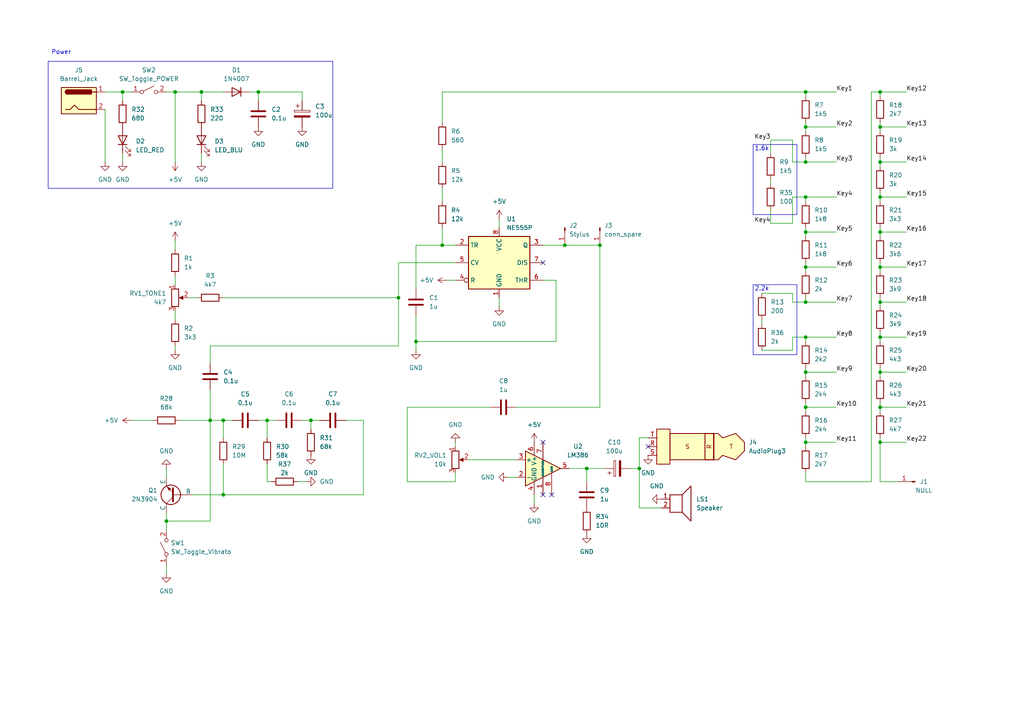
<source format=kicad_sch>
(kicad_sch (version 20250114) (generator "eeschema") (generator_version "9.0")
  (paper "A4")
  (title_block (title "DIY Retro Stylophone (NE555 Based) ") (date "2025-10-17"))
  (lib_symbols
    (symbol "Amplifier_Audio:LM386" (pin_names (offset 0.127))
      (property "Reference" "U" (at 1.27 7.62 0))
      (property "Value" "LM386" (at 1.27 5.08 0))
      (symbol "LM386_0_1"
        (polyline (pts (xy 5.08 0) (xy -5.08 5.08) (xy -5.08 -5.08) (xy 5.08 0)) (stroke (width 0.254)) (fill (type background)))
      )
      (symbol "LM386_1_1"
        (pin input line (at -7.62 2.54 0) (length 2.54) (name "+") (number "3"))
        (pin input line (at -7.62 -2.54 0) (length 2.54) (name "-") (number "2"))
        (pin power_in line (at -2.54 7.62 270) (length 3.81) (name "V+") (number "6"))
        (pin power_in line (at -2.54 -7.62 90) (length 3.81) (name "GND") (number "4"))
        (pin input line (at 0 7.62 270) (length 5.08) (name "BYPASS") (number "7"))
        (pin input line (at 0 -7.62 90) (length 5.08) (name "GAIN") (number "1"))
        (pin input line (at 2.54 -7.62 90) (length 6.35) (name "GAIN") (number "8"))
        (pin output line (at 7.62 0 180) (length 2.54) (name "~") (number "5"))
      )
    )
    (symbol "Connector:Barrel_Jack" (pin_names (offset 1.016))
      (property "Reference" "J" (at 0 5.334 0))
      (property "Value" "Barrel_Jack" (at 0 -5.08 0))
      (symbol "Barrel_Jack_0_1"
        (rectangle (start -5.08 3.81) (end 5.08 -3.81) (stroke (width 0.254)) (fill (type background)))
        (polyline (pts (xy -3.81 -2.54) (xy -2.54 -2.54) (xy -1.27 -1.27) (xy 0 -2.54) (xy 2.54 -2.54) (xy 5.08 -2.54)) (stroke (width 0.254)))
        (arc (start -3.302 1.905) (mid -3.9343 2.54) (end -3.302 3.175) (stroke (width 0.254)))
        (arc (start -3.302 1.905) (mid -3.9343 2.54) (end -3.302 3.175) (stroke (width 0.254)) (fill (type outline)))
        (rectangle (start 3.683 3.175) (end -3.302 1.905) (stroke (width 0.254)) (fill (type outline)))
        (polyline (pts (xy 5.08 2.54) (xy 3.81 2.54)) (stroke (width 0.254)))
      )
      (symbol "Barrel_Jack_1_1"
        (pin passive line (at 7.62 2.54 180) (length 2.54) (name "~") (number "1"))
        (pin passive line (at 7.62 -2.54 180) (length 2.54) (name "~") (number "2"))
      )
    )
    (symbol "Connector:Conn_01x01_Pin" (pin_names (offset 1.016) (hide yes))
      (property "Reference" "J" (at 0 2.54 0))
      (property "Value" "Conn_01x01_Pin" (at 0 -2.54 0))
      (symbol "Conn_01x01_Pin_1_1"
        (rectangle (start 0.8636 0.127) (end 0 -0.127) (stroke (width 0.1524)) (fill (type outline)))
        (polyline (pts (xy 1.27 0) (xy 0.8636 0)) (stroke (width 0.1524)))
        (pin passive line (at 5.08 0 180) (length 3.81) (name "Pin_1") (number "1"))
      )
    )
    (symbol "Connector_Audio:AudioPlug3"
      (property "Reference" "J" (at 1.27 6.35 0))
      (property "Value" "AudioPlug3" (at 1.27 -6.35 0))
      (symbol "AudioPlug3_0_0"
        (text "R" (at -2.54 0 900) (effects (font (size 1.27 1.27))))
      )
      (symbol "AudioPlug3_0_1"
        (rectangle (start -3.81 3.81) (end -1.27 -3.81) (stroke (width 0.254)))
        (rectangle (start -1.27 -1.27) (end -1.27 -1.27))
      )
      (symbol "AudioPlug3_1_0"
        (text "T" (at -8.89 0 0) (effects (font (size 1.27 1.27))))
        (text "S" (at 3.81 0 0) (effects (font (size 1.27 1.27))))
      )
      (symbol "AudioPlug3_1_1"
        (rectangle (start -3.81 3.81) (end 8.89 -3.81) (stroke (width 0.254)) (fill (type background)))
        (polyline (pts (xy -3.81 3.81) (xy -5.08 3.81) (xy -6.35 2.54) (xy -10.16 3.81) (xy -12.7 1.27) (xy -12.7 -1.27) (xy -10.16 -3.81) (xy -6.35 -2.54) (xy -5.08 -3.81) (xy -3.81 -3.81) (xy -3.81 3.81)) (stroke (width 0.254)) (fill (type background)))
        (rectangle (start 12.7 5.08) (end 8.89 -5.08) (stroke (width 0.254)) (fill (type background)))
        (pin passive line (at 15.24 2.54 180) (length 2.54) (name "~") (number "S"))
        (pin passive line (at 15.24 0 180) (length 2.54) (name "~") (number "R"))
        (pin passive line (at 15.24 -2.54 180) (length 2.54) (name "~") (number "T"))
      )
    )
    (symbol "Device:C" (pin_numbers (hide yes)) (pin_names (offset 0.254))
      (property "Reference" "C" (at 0.635 2.54 0))
      (property "Value" "C" (at 0.635 -2.54 0))
      (symbol "C_0_1"
        (polyline (pts (xy -2.032 0.762) (xy 2.032 0.762)) (stroke (width 0.508)))
        (polyline (pts (xy -2.032 -0.762) (xy 2.032 -0.762)) (stroke (width 0.508)))
      )
      (symbol "C_1_1"
        (pin passive line (at 0 3.81 270) (length 2.794) (name "~") (number "1"))
        (pin passive line (at 0 -3.81 90) (length 2.794) (name "~") (number "2"))
      )
    )
    (symbol "Device:C_Polarized" (pin_numbers (hide yes)) (pin_names (offset 0.254))
      (property "Reference" "C" (at 0.635 2.54 0))
      (property "Value" "C_Polarized" (at 0.635 -2.54 0))
      (symbol "C_Polarized_0_1"
        (rectangle (start -2.286 0.508) (end 2.286 1.016))
        (polyline (pts (xy -1.778 2.286) (xy -0.762 2.286)))
        (polyline (pts (xy -1.27 2.794) (xy -1.27 1.778)))
        (rectangle (start 2.286 -0.508) (end -2.286 -1.016) (fill (type outline)))
      )
      (symbol "C_Polarized_1_1"
        (pin passive line (at 0 3.81 270) (length 2.794) (name "~") (number "1"))
        (pin passive line (at 0 -3.81 90) (length 2.794) (name "~") (number "2"))
      )
    )
    (symbol "Device:D" (pin_numbers (hide yes)) (pin_names (offset 1.016) (hide yes))
      (property "Reference" "D" (at 0 2.54 0))
      (property "Value" "D" (at 0 -2.54 0))
      (symbol "D_0_1"
        (polyline (pts (xy -1.27 1.27) (xy -1.27 -1.27)) (stroke (width 0.254)))
        (polyline (pts (xy 1.27 1.27) (xy 1.27 -1.27) (xy -1.27 0) (xy 1.27 1.27)) (stroke (width 0.254)))
        (polyline (pts (xy 1.27 0) (xy -1.27 0)))
      )
      (symbol "D_1_1"
        (pin passive line (at -3.81 0 0) (length 2.54) (name "K") (number "1"))
        (pin passive line (at 3.81 0 180) (length 2.54) (name "A") (number "2"))
      )
    )
    (symbol "Device:LED" (pin_numbers (hide yes)) (pin_names (offset 1.016) (hide yes))
      (property "Reference" "D" (at 0 2.54 0))
      (property "Value" "LED" (at 0 -2.54 0))
      (symbol "LED_0_1"
        (polyline (pts (xy -3.048 -0.762) (xy -4.572 -2.286) (xy -3.81 -2.286) (xy -4.572 -2.286) (xy -4.572 -1.524)))
        (polyline (pts (xy -1.778 -0.762) (xy -3.302 -2.286) (xy -2.54 -2.286) (xy -3.302 -2.286) (xy -3.302 -1.524)))
        (polyline (pts (xy -1.27 0) (xy 1.27 0)))
        (polyline (pts (xy -1.27 -1.27) (xy -1.27 1.27)) (stroke (width 0.254)))
        (polyline (pts (xy 1.27 -1.27) (xy 1.27 1.27) (xy -1.27 0) (xy 1.27 -1.27)) (stroke (width 0.254)))
      )
      (symbol "LED_1_1"
        (pin passive line (at -3.81 0 0) (length 2.54) (name "K") (number "1"))
        (pin passive line (at 3.81 0 180) (length 2.54) (name "A") (number "2"))
      )
    )
    (symbol "Device:R" (pin_numbers (hide yes)) (pin_names (offset 0))
      (property "Reference" "R" (at 2.032 0 90))
      (property "Value" "R" (at 0 0 90))
      (symbol "R_0_1"
        (rectangle (start -1.016 -2.54) (end 1.016 2.54) (stroke (width 0.254)))
      )
      (symbol "R_1_1"
        (pin passive line (at 0 3.81 270) (length 1.27) (name "~") (number "1"))
        (pin passive line (at 0 -3.81 90) (length 1.27) (name "~") (number "2"))
      )
    )
    (symbol "Device:R_Potentiometer" (pin_names (offset 1.016) (hide yes))
      (property "Reference" "RV" (at -4.445 0 90))
      (property "Value" "R_Potentiometer" (at -2.54 0 90))
      (symbol "R_Potentiometer_0_1"
        (rectangle (start 1.016 2.54) (end -1.016 -2.54) (stroke (width 0.254)))
        (polyline (pts (xy 1.143 0) (xy 2.286 0.508) (xy 2.286 -0.508) (xy 1.143 0)) (fill (type outline)))
        (polyline (pts (xy 2.54 0) (xy 1.524 0)))
      )
      (symbol "R_Potentiometer_1_1"
        (pin passive line (at 0 3.81 270) (length 1.27) (name "1") (number "1"))
        (pin passive line (at 0 -3.81 90) (length 1.27) (name "3") (number "3"))
        (pin passive line (at 3.81 0 180) (length 1.27) (name "2") (number "2"))
      )
    )
    (symbol "Device:Speaker" (pin_names (offset 0) (hide yes))
      (property "Reference" "LS" (at 1.27 5.715 0))
      (property "Value" "Speaker" (at 1.27 3.81 0))
      (symbol "Speaker_0_0"
        (rectangle (start -2.54 1.27) (end 1.016 -3.81) (stroke (width 0.254)))
        (polyline (pts (xy 1.016 1.27) (xy 3.556 3.81) (xy 3.556 -6.35) (xy 1.016 -3.81)) (stroke (width 0.254)))
      )
      (symbol "Speaker_1_1"
        (pin input line (at -5.08 0 0) (length 2.54) (name "1") (number "1"))
        (pin input line (at -5.08 -2.54 0) (length 2.54) (name "2") (number "2"))
      )
    )
    (symbol "Simulation_SPICE:NPN" (pin_numbers (hide yes)) (pin_names (offset 0))
      (property "Reference" "Q" (at -2.54 7.62 0))
      (property "Value" "NPN" (at -2.54 5.08 0))
      (symbol "NPN_0_1"
        (polyline (pts (xy -2.54 0) (xy 0.635 0)) (stroke (width 0.1524)))
        (polyline (pts (xy 0.635 1.905) (xy 0.635 -1.905) (xy 0.635 -1.905)) (stroke (width 0.508)))
        (polyline (pts (xy 0.635 0.635) (xy 2.54 2.54)))
        (polyline (pts (xy 0.635 -0.635) (xy 2.54 -2.54) (xy 2.54 -2.54)))
        (circle (center 1.27 0) (radius 2.8194) (stroke (width 0.254)))
        (polyline (pts (xy 1.27 -1.778) (xy 1.778 -1.27) (xy 2.286 -2.286) (xy 1.27 -1.778) (xy 1.27 -1.778)) (fill (type outline)))
        (polyline (pts (xy 2.794 -1.27) (xy 2.794 -1.27)) (stroke (width 0.1524)))
        (polyline (pts (xy 2.794 -1.27) (xy 2.794 -1.27)) (stroke (width 0.1524)))
      )
      (symbol "NPN_1_1"
        (pin input line (at -5.08 0 0) (length 2.54) (name "B") (number "2"))
        (pin open_collector line (at 2.54 5.08 270) (length 2.54) (name "C") (number "1"))
        (pin open_emitter line (at 2.54 -5.08 90) (length 2.54) (name "E") (number "3"))
      )
    )
    (symbol "Switch:SW_SPST" (pin_names (offset 0) (hide yes))
      (property "Reference" "SW" (at 0 3.175 0))
      (property "Value" "SW_SPST" (at 0 -2.54 0))
      (symbol "SW_SPST_0_0"
        (circle (center -2.032 0) (radius 0.508))
        (polyline (pts (xy -1.524 0.254) (xy 1.524 1.778)))
        (circle (center 2.032 0) (radius 0.508))
      )
      (symbol "SW_SPST_1_1"
        (pin passive line (at -5.08 0 0) (length 2.54) (name "A") (number "1"))
        (pin passive line (at 5.08 0 180) (length 2.54) (name "B") (number "2"))
      )
    )
    (symbol "Timer:NE555P"
      (property "Reference" "U" (at -10.16 8.89 0))
      (property "Value" "NE555P" (at 2.54 8.89 0))
      (symbol "NE555P_0_0"
        (pin power_in line (at 0 10.16 270) (length 2.54) (name "VCC") (number "8"))
        (pin power_in line (at 0 -10.16 90) (length 2.54) (name "GND") (number "1"))
      )
      (symbol "NE555P_0_1"
        (rectangle (start -8.89 -7.62) (end 8.89 7.62) (stroke (width 0.254)) (fill (type background)))
        (rectangle (start -8.89 -7.62) (end 8.89 7.62) (stroke (width 0.254)) (fill (type background)))
      )
      (symbol "NE555P_1_1"
        (pin input line (at -12.7 5.08 0) (length 3.81) (name "TR") (number "2"))
        (pin input line (at -12.7 0 0) (length 3.81) (name "CV") (number "5"))
        (pin input inverted (at -12.7 -5.08 0) (length 3.81) (name "R") (number "4"))
        (pin output line (at 12.7 5.08 180) (length 3.81) (name "Q") (number "3"))
        (pin input line (at 12.7 0 180) (length 3.81) (name "DIS") (number "7"))
        (pin input line (at 12.7 -5.08 180) (length 3.81) (name "THR") (number "6"))
      )
    )
    (symbol "power:GND" (power) (pin_numbers (hide yes)) (pin_names (offset 0) (hide yes))
      (property "Value" "GND" (at 0 -3.81 0))
      (symbol "GND_0_1"
        (polyline (pts (xy 0 0) (xy 0 -1.27) (xy 1.27 -1.27) (xy 0 -2.54) (xy -1.27 -1.27) (xy 0 -1.27)))
      )
      (symbol "GND_1_1"
        (pin power_in line (at 0 0 270) (length 0) (name "~") (number "1"))
      )
    )
    (symbol "power:VCC" (power) (pin_numbers (hide yes)) (pin_names (offset 0) (hide yes))
      (property "Value" "VCC" (at 0 3.556 0))
      (symbol "VCC_0_1"
        (polyline (pts (xy -0.762 1.27) (xy 0 2.54)))
        (polyline (pts (xy 0 2.54) (xy 0.762 1.27)))
        (polyline (pts (xy 0 0) (xy 0 2.54)))
      )
      (symbol "VCC_1_1"
        (pin power_in line (at 0 0 90) (length 0) (name "~") (number "1"))
      )
    )
  )
  (rectangle (start 218.44 41.91) (end 231.14 62.23))
  (rectangle (start 218.44 82.55) (end 231.14 102.87))
  (rectangle (start 13.97 17.78) (end 96.52 54.61))
  (text "2.2k" (at 220.98 83.82 0) (effects (font (size 1.27 1.27))))
  (text "1.6k" (at 220.98 43.18 0) (effects (font (size 1.27 1.27))))
  (text "Power" (at 17.78 15.24 0) (effects (font (size 1.27 1.27))))
  (junction (at 64.77 121.92))
  (junction (at 35.56 26.67))
  (junction (at 74.93 26.67))
  (junction (at 255.27 77.47))
  (junction (at 58.42 26.67))
  (junction (at 128.27 71.12))
  (junction (at 77.47 121.92))
  (junction (at 233.68 77.47))
  (junction (at 48.26 151.13))
  (junction (at 255.27 36.83))
  (junction (at 255.27 26.67))
  (junction (at 255.27 97.79))
  (junction (at 233.68 26.67))
  (junction (at 233.68 46.99))
  (junction (at 255.27 128.27))
  (junction (at 233.68 36.83))
  (junction (at 163.83 71.12))
  (junction (at 60.96 121.92))
  (junction (at 255.27 67.31))
  (junction (at 64.77 143.51))
  (junction (at 255.27 57.15))
  (junction (at 115.57 86.36))
  (junction (at 233.68 107.95))
  (junction (at 233.68 87.63))
  (junction (at 255.27 118.11))
  (junction (at 90.17 121.92))
  (junction (at 255.27 46.99))
  (junction (at 255.27 107.95))
  (junction (at 185.42 135.89))
  (junction (at 255.27 87.63))
  (junction (at 120.65 99.06))
  (junction (at 233.68 57.15))
  (junction (at 50.8 26.67))
  (junction (at 173.99 71.12))
  (junction (at 233.68 67.31))
  (junction (at 233.68 97.79))
  (junction (at 170.18 135.89))
  (junction (at 233.68 118.11))
  (junction (at 233.68 128.27))
  (no_connect (at 157.48 128.27))
  (no_connect (at 187.96 129.54))
  (no_connect (at 157.48 76.2))
  (no_connect (at 157.48 143.51))
  (no_connect (at 160.02 143.51))
  (wire (pts (xy 118.11 139.7) (xy 118.11 118.11)))
  (wire (pts (xy 229.87 40.64) (xy 223.52 40.64)))
  (wire (pts (xy 255.27 67.31) (xy 262.89 67.31)))
  (wire (pts (xy 132.08 71.12) (xy 128.27 71.12)))
  (wire (pts (xy 48.26 148.59) (xy 48.26 151.13)))
  (wire (pts (xy 128.27 54.61) (xy 128.27 58.42)))
  (wire (pts (xy 64.77 121.92) (xy 67.31 121.92)))
  (wire (pts (xy 60.96 113.03) (xy 60.96 121.92)))
  (wire (pts (xy 48.26 26.67) (xy 50.8 26.67)))
  (wire (pts (xy 120.65 99.06) (xy 120.65 91.44)))
  (wire (pts (xy 233.68 128.27) (xy 233.68 129.54)))
  (wire (pts (xy 90.17 121.92) (xy 90.17 124.46)))
  (wire (pts (xy 255.27 128.27) (xy 262.89 128.27)))
  (wire (pts (xy 223.52 64.77) (xy 229.87 64.77)))
  (wire (pts (xy 229.87 57.15) (xy 233.68 57.15)))
  (wire (pts (xy 50.8 100.33) (xy 50.8 101.6)))
  (wire (pts (xy 144.78 86.36) (xy 144.78 88.9)))
  (wire (pts (xy 233.68 87.63) (xy 242.57 87.63)))
  (wire (pts (xy 255.27 57.15) (xy 262.89 57.15)))
  (wire (pts (xy 252.73 26.67) (xy 255.27 26.67)))
  (wire (pts (xy 185.42 135.89) (xy 185.42 147.32)))
  (wire (pts (xy 48.26 135.89) (xy 48.26 138.43)))
  (wire (pts (xy 255.27 107.95) (xy 255.27 106.68)))
  (wire (pts (xy 223.52 40.64) (xy 223.52 44.45)))
  (wire (pts (xy 128.27 26.67) (xy 233.68 26.67)))
  (wire (pts (xy 255.27 96.52) (xy 255.27 97.79)))
  (wire (pts (xy 220.98 101.6) (xy 229.87 101.6)))
  (wire (pts (xy 233.68 66.04) (xy 233.68 67.31)))
  (wire (pts (xy 30.48 26.67) (xy 35.56 26.67)))
  (wire (pts (xy 255.27 66.04) (xy 255.27 67.31)))
  (wire (pts (xy 165.1 135.89) (xy 170.18 135.89)))
  (wire (pts (xy 185.42 147.32) (xy 191.77 147.32)))
  (wire (pts (xy 120.65 71.12) (xy 120.65 83.82)))
  (wire (pts (xy 182.88 135.89) (xy 185.42 135.89)))
  (wire (pts (xy 30.48 31.75) (xy 30.48 46.99)))
  (wire (pts (xy 233.68 26.67) (xy 242.57 26.67)))
  (wire (pts (xy 255.27 35.56) (xy 255.27 36.83)))
  (wire (pts (xy 233.68 45.72) (xy 233.68 46.99)))
  (wire (pts (xy 255.27 57.15) (xy 255.27 58.42)))
  (wire (pts (xy 77.47 139.7) (xy 78.74 139.7)))
  (wire (pts (xy 58.42 29.21) (xy 58.42 26.67)))
  (wire (pts (xy 220.98 92.71) (xy 220.98 93.98)))
  (wire (pts (xy 60.96 105.41) (xy 60.96 100.33)))
  (wire (pts (xy 74.93 26.67) (xy 74.93 29.21)))
  (wire (pts (xy 74.93 26.67) (xy 87.63 26.67)))
  (wire (pts (xy 74.93 121.92) (xy 77.47 121.92)))
  (wire (pts (xy 255.27 116.84) (xy 255.27 118.11)))
  (wire (pts (xy 64.77 121.92) (xy 64.77 127)))
  (wire (pts (xy 144.78 63.5) (xy 144.78 66.04)))
  (wire (pts (xy 255.27 46.99) (xy 262.89 46.99)))
  (wire (pts (xy 58.42 26.67) (xy 64.77 26.67)))
  (wire (pts (xy 233.68 127) (xy 233.68 128.27)))
  (wire (pts (xy 255.27 67.31) (xy 255.27 68.58)))
  (wire (pts (xy 105.41 121.92) (xy 105.41 143.51)))
  (wire (pts (xy 77.47 121.92) (xy 77.47 127)))
  (wire (pts (xy 50.8 26.67) (xy 58.42 26.67)))
  (wire (pts (xy 128.27 43.18) (xy 128.27 46.99)))
  (wire (pts (xy 115.57 86.36) (xy 115.57 76.2)))
  (wire (pts (xy 55.88 143.51) (xy 64.77 143.51)))
  (wire (pts (xy 233.68 118.11) (xy 242.57 118.11)))
  (wire (pts (xy 233.68 106.68) (xy 233.68 107.95)))
  (wire (pts (xy 154.94 146.05) (xy 154.94 143.51)))
  (wire (pts (xy 252.73 139.7) (xy 252.73 26.67)))
  (wire (pts (xy 229.87 101.6) (xy 229.87 97.79)))
  (wire (pts (xy 255.27 45.72) (xy 255.27 46.99)))
  (wire (pts (xy 255.27 26.67) (xy 255.27 27.94)))
  (wire (pts (xy 185.42 127) (xy 187.96 127)))
  (wire (pts (xy 255.27 76.2) (xy 255.27 77.47)))
  (wire (pts (xy 255.27 139.7) (xy 260.35 139.7)))
  (wire (pts (xy 120.65 101.6) (xy 120.65 99.06)))
  (wire (pts (xy 128.27 71.12) (xy 120.65 71.12)))
  (wire (pts (xy 60.96 100.33) (xy 115.57 100.33)))
  (wire (pts (xy 233.68 36.83) (xy 233.68 38.1)))
  (wire (pts (xy 233.68 76.2) (xy 233.68 77.47)))
  (wire (pts (xy 233.68 36.83) (xy 242.57 36.83)))
  (wire (pts (xy 255.27 97.79) (xy 262.89 97.79)))
  (wire (pts (xy 223.52 64.77) (xy 223.52 60.96)))
  (wire (pts (xy 233.68 137.16) (xy 233.68 139.7)))
  (wire (pts (xy 60.96 151.13) (xy 48.26 151.13)))
  (wire (pts (xy 255.27 127) (xy 255.27 128.27)))
  (wire (pts (xy 132.08 128.27) (xy 132.08 129.54)))
  (wire (pts (xy 233.68 97.79) (xy 242.57 97.79)))
  (wire (pts (xy 255.27 26.67) (xy 262.89 26.67)))
  (wire (pts (xy 229.87 87.63) (xy 233.68 87.63)))
  (wire (pts (xy 233.68 46.99) (xy 242.57 46.99)))
  (wire (pts (xy 60.96 121.92) (xy 60.96 151.13)))
  (wire (pts (xy 132.08 139.7) (xy 118.11 139.7)))
  (wire (pts (xy 229.87 85.09) (xy 229.87 87.63)))
  (wire (pts (xy 255.27 97.79) (xy 255.27 99.06)))
  (wire (pts (xy 229.87 97.79) (xy 233.68 97.79)))
  (wire (pts (xy 50.8 90.17) (xy 50.8 92.71)))
  (wire (pts (xy 135.89 133.35) (xy 149.86 133.35)))
  (wire (pts (xy 35.56 46.99) (xy 35.56 44.45)))
  (wire (pts (xy 157.48 71.12) (xy 163.83 71.12)))
  (wire (pts (xy 255.27 77.47) (xy 255.27 78.74)))
  (wire (pts (xy 233.68 57.15) (xy 242.57 57.15)))
  (wire (pts (xy 255.27 55.88) (xy 255.27 57.15)))
  (wire (pts (xy 35.56 26.67) (xy 38.1 26.67)))
  (wire (pts (xy 60.96 121.92) (xy 64.77 121.92)))
  (wire (pts (xy 229.87 64.77) (xy 229.87 57.15)))
  (wire (pts (xy 255.27 107.95) (xy 262.89 107.95)))
  (wire (pts (xy 170.18 135.89) (xy 175.26 135.89)))
  (wire (pts (xy 115.57 100.33) (xy 115.57 86.36)))
  (wire (pts (xy 233.68 67.31) (xy 233.68 68.58)))
  (wire (pts (xy 161.29 81.28) (xy 161.29 99.06)))
  (wire (pts (xy 64.77 86.36) (xy 115.57 86.36)))
  (wire (pts (xy 161.29 99.06) (xy 120.65 99.06)))
  (wire (pts (xy 147.32 138.43) (xy 149.86 138.43)))
  (wire (pts (xy 233.68 77.47) (xy 233.68 78.74)))
  (wire (pts (xy 52.07 121.92) (xy 60.96 121.92)))
  (wire (pts (xy 87.63 121.92) (xy 90.17 121.92)))
  (wire (pts (xy 233.68 107.95) (xy 233.68 109.22)))
  (wire (pts (xy 58.42 46.99) (xy 58.42 44.45)))
  (wire (pts (xy 100.33 121.92) (xy 105.41 121.92)))
  (wire (pts (xy 233.68 57.15) (xy 233.68 58.42)))
  (wire (pts (xy 255.27 128.27) (xy 255.27 139.7)))
  (wire (pts (xy 233.68 139.7) (xy 252.73 139.7)))
  (wire (pts (xy 129.54 81.28) (xy 132.08 81.28)))
  (wire (pts (xy 255.27 87.63) (xy 255.27 88.9)))
  (wire (pts (xy 64.77 134.62) (xy 64.77 143.51)))
  (wire (pts (xy 255.27 86.36) (xy 255.27 87.63)))
  (wire (pts (xy 72.39 26.67) (xy 74.93 26.67)))
  (wire (pts (xy 262.89 118.11) (xy 255.27 118.11)))
  (wire (pts (xy 233.68 118.11) (xy 233.68 119.38)))
  (wire (pts (xy 255.27 36.83) (xy 255.27 38.1)))
  (wire (pts (xy 170.18 135.89) (xy 170.18 139.7)))
  (wire (pts (xy 35.56 29.21) (xy 35.56 26.67)))
  (wire (pts (xy 50.8 69.85) (xy 50.8 72.39)))
  (wire (pts (xy 233.68 35.56) (xy 233.68 36.83)))
  (wire (pts (xy 64.77 143.51) (xy 105.41 143.51)))
  (wire (pts (xy 255.27 87.63) (xy 262.89 87.63)))
  (wire (pts (xy 255.27 46.99) (xy 255.27 48.26)))
  (wire (pts (xy 229.87 46.99) (xy 229.87 40.64)))
  (wire (pts (xy 173.99 118.11) (xy 173.99 71.12)))
  (wire (pts (xy 233.68 67.31) (xy 242.57 67.31)))
  (wire (pts (xy 38.1 121.92) (xy 44.45 121.92)))
  (wire (pts (xy 77.47 121.92) (xy 80.01 121.92)))
  (wire (pts (xy 86.36 139.7) (xy 88.9 139.7)))
  (wire (pts (xy 233.68 77.47) (xy 242.57 77.47)))
  (wire (pts (xy 90.17 121.92) (xy 92.71 121.92)))
  (wire (pts (xy 233.68 46.99) (xy 229.87 46.99)))
  (wire (pts (xy 255.27 77.47) (xy 262.89 77.47)))
  (wire (pts (xy 87.63 26.67) (xy 87.63 29.21)))
  (wire (pts (xy 233.68 97.79) (xy 233.68 99.06)))
  (wire (pts (xy 115.57 76.2) (xy 132.08 76.2)))
  (wire (pts (xy 233.68 116.84) (xy 233.68 118.11)))
  (wire (pts (xy 223.52 53.34) (xy 223.52 52.07)))
  (wire (pts (xy 185.42 135.89) (xy 185.42 127)))
  (wire (pts (xy 149.86 118.11) (xy 173.99 118.11)))
  (wire (pts (xy 128.27 71.12) (xy 128.27 66.04)))
  (wire (pts (xy 255.27 109.22) (xy 255.27 107.95)))
  (wire (pts (xy 77.47 134.62) (xy 77.47 139.7)))
  (wire (pts (xy 128.27 26.67) (xy 128.27 35.56)))
  (wire (pts (xy 50.8 26.67) (xy 50.8 46.99)))
  (wire (pts (xy 54.61 86.36) (xy 57.15 86.36)))
  (wire (pts (xy 163.83 71.12) (xy 173.99 71.12)))
  (wire (pts (xy 48.26 166.37) (xy 48.26 163.83)))
  (wire (pts (xy 161.29 81.28) (xy 157.48 81.28)))
  (wire (pts (xy 255.27 118.11) (xy 255.27 119.38)))
  (wire (pts (xy 48.26 153.67) (xy 48.26 151.13)))
  (wire (pts (xy 118.11 118.11) (xy 142.24 118.11)))
  (wire (pts (xy 233.68 26.67) (xy 233.68 27.94)))
  (wire (pts (xy 229.87 85.09) (xy 220.98 85.09)))
  (wire (pts (xy 233.68 86.36) (xy 233.68 87.63)))
  (wire (pts (xy 132.08 137.16) (xy 132.08 139.7)))
  (wire (pts (xy 50.8 80.01) (xy 50.8 82.55)))
  (wire (pts (xy 233.68 128.27) (xy 242.57 128.27)))
  (wire (pts (xy 233.68 107.95) (xy 242.57 107.95)))
  (wire (pts (xy 255.27 36.83) (xy 262.89 36.83)))
  (label "Key13" (at 262.89 36.83 0))
  (label "Key4" (at 242.57 57.15 0))
  (label "Key5" (at 242.57 67.31 0))
  (label "Key7" (at 242.57 87.63 0))
  (label "Key10" (at 242.57 118.11 0))
  (label "Key21" (at 262.89 118.11 0))
  (label "Key1" (at 242.57 26.67 0))
  (label "Key15" (at 262.89 57.15 0))
  (label "Key12" (at 262.89 26.67 0))
  (label "Key14" (at 262.89 46.99 0))
  (label "Key19" (at 262.89 97.79 0))
  (label "Key3" (at 242.57 46.99 0))
  (label "Key18" (at 262.89 87.63 0))
  (label "Key4" (at 223.52 64.77 180))
  (label "Key2" (at 242.57 36.83 0))
  (label "Key11" (at 242.57 128.27 0))
  (label "Key6" (at 242.57 77.47 0))
  (label "Key3" (at 223.52 40.64 180))
  (label "Key16" (at 262.89 67.31 0))
  (label "Key17" (at 262.89 77.47 0))
  (label "Key8" (at 242.57 97.79 0))
  (label "Key20" (at 262.89 107.95 0))
  (label "Key9" (at 242.57 107.95 0))
  (label "Key22" (at 262.89 128.27 0))
  (symbol (lib_id "Amplifier_Audio:LM386") (at 157.48 135.89 0) (unit 1)
    (property "Reference" "U2" (at 167.64 129.4698 0))
    (property "Value" "LM386" (at 167.64 132.0098 0))
    (property "Footprint" "Package_DIP:DIP-8_W7.62mm_Socket" (effects (hide yes)))
    (property "Datasheet" "http://www.ti.com/lit/ds/symlink/lm386.pdf" (effects (hide yes)))
    (property "Description" "Low Voltage Audio Power Amplifier, DIP-8/SOIC-8/SSOP-8" (effects (hide yes)))
  )
  (symbol (lib_id "Device:R") (at 50.8 96.52 0) (unit 1)
    (property "Reference" "R2" (at 53.34 95.2499 0) (effects (justify left)))
    (property "Value" "3k3" (at 53.34 97.7899 0) (effects (justify left)))
    (property "Footprint" "Resistor_THT:R_Axial_DIN0207_L6.3mm_D2.5mm_P7.62mm_Horizontal" (effects (hide yes)))
    (property "Description" "Resistor" (effects (hide yes)))
  )
  (symbol (lib_id "Device:R") (at 82.55 139.7 90) (unit 1)
    (property "Reference" "R37" (at 82.55 134.62 90))
    (property "Value" "2k" (at 82.55 137.16 90))
    (property "Footprint" "Resistor_THT:R_Axial_DIN0207_L6.3mm_D2.5mm_P7.62mm_Horizontal" (effects (hide yes)))
    (property "Description" "Resistor" (effects (hide yes)))
  )
  (symbol (lib_id "power:GND") (at 144.78 88.9 0) (unit 1)
    (property "Reference" "#PWR04" (effects (hide yes)))
    (property "Value" "GND" (at 144.78 93.98 0))
    (property "Description" "Power symbol creates a global label with name \"GND\" , ground" (effects (hide yes)))
  )
  (symbol (lib_id "Device:R") (at 233.68 102.87 0) (unit 1)
    (property "Reference" "R14" (at 236.22 101.5999 0) (effects (justify left)))
    (property "Value" "2k2" (at 236.22 104.1399 0) (effects (justify left)))
    (property "Footprint" "Resistor_THT:R_Axial_DIN0207_L6.3mm_D2.5mm_P7.62mm_Horizontal" (effects (hide yes)))
    (property "Description" "Resistor" (effects (hide yes)))
  )
  (symbol (lib_id "Device:R_Potentiometer") (at 132.08 133.35 0) (unit 1)
    (property "Reference" "RV2_VOL1" (at 129.54 132.0799 0) (effects (justify right)))
    (property "Value" "10k" (at 129.54 134.6199 0) (effects (justify right)))
    (property "Footprint" "Connector_JST:JST_XH_B3B-XH-A_1x03_P2.50mm_Vertical" (effects (hide yes)))
    (property "Description" "Potentiometer" (effects (hide yes)))
  )
  (symbol (lib_id "Device:LED") (at 58.42 40.64 90) (unit 1)
    (property "Reference" "D3" (at 62.23 40.9574 90) (effects (justify right)))
    (property "Value" "LED_BLU" (at 62.23 43.4974 90) (effects (justify right)))
    (property "Footprint" "LED_SMD:LED_0603_1608Metric" (effects (hide yes)))
    (property "Description" "Light emitting diode" (effects (hide yes)))
    (property "Sim.Pins" "1=K 2=A" (effects (hide yes)))
  )
  (symbol (lib_id "power:GND") (at 120.65 101.6 0) (unit 1)
    (property "Reference" "#PWR06" (effects (hide yes)))
    (property "Value" "GND" (at 120.65 106.68 0))
    (property "Description" "Power symbol creates a global label with name \"GND\" , ground" (effects (hide yes)))
  )
  (symbol (lib_id "Switch:SW_SPST") (at 48.26 158.75 90) (unit 1)
    (property "Reference" "SW1" (at 49.53 157.4799 90) (effects (justify right)))
    (property "Value" "SW_Toggle_Vibrato" (at 49.53 160.0199 90) (effects (justify right)))
    (property "Footprint" "Connector_PinHeader_2.54mm:PinHeader_1x03_P2.54mm_Vertical" (effects (hide yes)))
    (property "Description" "Single Pole Single Throw (SPST) switch" (effects (hide yes)))
  )
  (symbol (lib_id "Timer:NE555P") (at 144.78 76.2 0) (unit 1)
    (property "Reference" "U1" (at 146.9233 63.5 0) (effects (justify left)))
    (property "Value" "NE555P" (at 146.9233 66.04 0) (effects (justify left)))
    (property "Footprint" "Package_DIP:DIP-8_W7.62mm_Socket" (effects (hide yes)))
    (property "Datasheet" "http://www.ti.com/lit/ds/symlink/ne555.pdf" (effects (hide yes)))
    (property "Description" "Precision Timers, 555 compatible,  PDIP-8" (effects (hide yes)))
  )
  (symbol (lib_id "Device:C") (at 170.18 143.51 180) (unit 1)
    (property "Reference" "C9" (at 173.99 142.2399 0) (effects (justify right)))
    (property "Value" "1u" (at 173.99 144.7799 0) (effects (justify right)))
    (property "Footprint" "Capacitor_THT:C_Rect_L7.2mm_W2.5mm_P5.00mm_FKS2_FKP2_MKS2_MKP2" (effects (hide yes)))
    (property "Description" "Unpolarized capacitor" (effects (hide yes)))
  )
  (symbol (lib_id "Simulation_SPICE:NPN") (at 50.8 143.51 180) (unit 1)
    (property "Reference" "Q1" (at 45.72 142.2399 0) (effects (justify left)))
    (property "Value" "2N3904" (at 45.72 144.7799 0) (effects (justify left)))
    (property "Footprint" "Package_TO_SOT_THT:TO-92_Inline" (effects (hide yes)))
    (property "Datasheet" "https://ngspice.sourceforge.io/docs/ngspice-html-manual/manual.xhtml#cha_BJTs" (effects (hide yes)))
    (property "Description" "Bipolar transistor symbol for simulation only, substrate tied to the emitter" (effects (hide yes)))
    (property "Sim.Device" "NPN" (effects (hide yes)))
    (property "Sim.Type" "GUMMELPOON" (effects (hide yes)))
    (property "Sim.Pins" "1=C 2=B 3=E" (effects (hide yes)))
  )
  (symbol (lib_id "power:VCC") (at 144.78 63.5 0) (unit 1)
    (property "Reference" "#PWR03" (effects (hide yes)))
    (property "Value" "+5V" (at 144.78 58.42 0))
    (property "Description" "Power symbol creates a global label with name \"VCC\"" (effects (hide yes)))
  )
  (symbol (lib_id "power:GND") (at 35.56 46.99 0) (unit 1)
    (property "Reference" "#PWR023" (effects (hide yes)))
    (property "Value" "GND" (at 35.56 52.07 0))
    (property "Description" "Power symbol creates a global label with name \"GND\" , ground" (effects (hide yes)))
  )
  (symbol (lib_id "Device:R") (at 255.27 102.87 0) (unit 1)
    (property "Reference" "R25" (at 257.81 101.5999 0) (effects (justify left)))
    (property "Value" "4k3" (at 257.81 104.1399 0) (effects (justify left)))
    (property "Footprint" "Resistor_THT:R_Axial_DIN0207_L6.3mm_D2.5mm_P7.62mm_Horizontal" (effects (hide yes)))
    (property "Description" "Resistor" (effects (hide yes)))
  )
  (symbol (lib_id "Device:R") (at 60.96 86.36 90) (unit 1)
    (property "Reference" "R3" (at 60.96 80.01 90))
    (property "Value" "4k7" (at 60.96 82.55 90))
    (property "Footprint" "Resistor_THT:R_Axial_DIN0207_L6.3mm_D2.5mm_P7.62mm_Horizontal" (effects (hide yes)))
    (property "Description" "Resistor" (effects (hide yes)))
  )
  (symbol (lib_id "Device:R") (at 77.47 130.81 0) (unit 1)
    (property "Reference" "R30" (at 80.01 129.5399 0) (effects (justify left)))
    (property "Value" "58k" (at 80.01 132.0799 0) (effects (justify left)))
    (property "Footprint" "Resistor_THT:R_Axial_DIN0207_L6.3mm_D2.5mm_P7.62mm_Horizontal" (effects (hide yes)))
    (property "Description" "Resistor" (effects (hide yes)))
  )
  (symbol (lib_id "Device:R") (at 233.68 31.75 0) (unit 1)
    (property "Reference" "R7" (at 236.22 30.4799 0) (effects (justify left)))
    (property "Value" "1k5" (at 236.22 33.0199 0) (effects (justify left)))
    (property "Footprint" "Resistor_THT:R_Axial_DIN0207_L6.3mm_D2.5mm_P7.62mm_Horizontal" (effects (hide yes)))
    (property "Description" "Resistor" (effects (hide yes)))
  )
  (symbol (lib_id "Device:R") (at 170.18 151.13 0) (unit 1)
    (property "Reference" "R34" (at 172.72 149.8599 0) (effects (justify left)))
    (property "Value" "10R" (at 172.72 152.3999 0) (effects (justify left)))
    (property "Footprint" "Resistor_THT:R_Axial_DIN0207_L6.3mm_D2.5mm_P7.62mm_Horizontal" (effects (hide yes)))
    (property "Description" "Resistor" (effects (hide yes)))
  )
  (symbol (lib_id "power:VCC") (at 50.8 69.85 0) (unit 1)
    (property "Reference" "#PWR02" (effects (hide yes)))
    (property "Value" "+5V" (at 50.8 64.77 0))
    (property "Description" "Power symbol creates a global label with name \"VCC\"" (effects (hide yes)))
  )
  (symbol (lib_id "Device:R") (at 128.27 50.8 0) (unit 1)
    (property "Reference" "R5" (at 130.81 49.5299 0) (effects (justify left)))
    (property "Value" "12k" (at 130.81 52.0699 0) (effects (justify left)))
    (property "Footprint" "Resistor_THT:R_Axial_DIN0207_L6.3mm_D2.5mm_P7.62mm_Horizontal" (effects (hide yes)))
    (property "Description" "Resistor" (effects (hide yes)))
  )
  (symbol (lib_id "Device:C") (at 146.05 118.11 90) (unit 1)
    (property "Reference" "C8" (at 146.05 110.49 90))
    (property "Value" "1u" (at 146.05 113.03 90))
    (property "Footprint" "Capacitor_THT:C_Rect_L7.2mm_W2.5mm_P5.00mm_FKS2_FKP2_MKS2_MKP2" (effects (hide yes)))
    (property "Description" "Unpolarized capacitor" (effects (hide yes)))
  )
  (symbol (lib_id "power:VCC") (at 129.54 81.28 90) (unit 1)
    (property "Reference" "#PWR05" (effects (hide yes)))
    (property "Value" "+5V" (at 125.73 81.2799 90) (effects (justify left)))
    (property "Description" "Power symbol creates a global label with name \"VCC\"" (effects (hide yes)))
  )
  (symbol (lib_id "power:GND") (at 48.26 135.89 180) (unit 1)
    (property "Reference" "#PWR010" (effects (hide yes)))
    (property "Value" "GND" (at 48.26 130.81 0))
    (property "Description" "Power symbol creates a global label with name \"GND\" , ground" (effects (hide yes)))
  )
  (symbol (lib_id "Device:R") (at 233.68 72.39 0) (unit 1)
    (property "Reference" "R11" (at 236.22 71.1199 0) (effects (justify left)))
    (property "Value" "1k8" (at 236.22 73.6599 0) (effects (justify left)))
    (property "Footprint" "Resistor_THT:R_Axial_DIN0207_L6.3mm_D2.5mm_P7.62mm_Horizontal" (effects (hide yes)))
    (property "Description" "Resistor" (effects (hide yes)))
  )
  (symbol (lib_id "power:GND") (at 132.08 128.27 180) (unit 1)
    (property "Reference" "#PWR018" (effects (hide yes)))
    (property "Value" "GND" (at 132.08 123.19 0))
    (property "Description" "Power symbol creates a global label with name \"GND\" , ground" (effects (hide yes)))
  )
  (symbol (lib_id "Device:Speaker") (at 196.85 144.78 0) (unit 1)
    (property "Reference" "LS1" (at 201.93 144.7799 0) (effects (justify left)))
    (property "Value" "Speaker" (at 201.93 147.3199 0) (effects (justify left)))
    (property "Footprint" "Connector_JST:JST_XH_B2B-XH-A_1x02_P2.50mm_Vertical" (effects (hide yes)))
    (property "Description" "Speaker" (effects (hide yes)))
  )
  (symbol (lib_id "Device:R") (at 255.27 123.19 0) (unit 1)
    (property "Reference" "R27" (at 257.81 121.9199 0) (effects (justify left)))
    (property "Value" "4k7" (at 257.81 124.4599 0) (effects (justify left)))
    (property "Footprint" "Resistor_THT:R_Axial_DIN0207_L6.3mm_D2.5mm_P7.62mm_Horizontal" (effects (hide yes)))
    (property "Description" "Resistor" (effects (hide yes)))
  )
  (symbol (lib_id "Device:R") (at 64.77 130.81 0) (unit 1)
    (property "Reference" "R29" (at 67.31 129.5399 0) (effects (justify left)))
    (property "Value" "10M" (at 67.31 132.0799 0) (effects (justify left)))
    (property "Footprint" "Resistor_THT:R_Axial_DIN0207_L6.3mm_D2.5mm_P7.62mm_Horizontal" (effects (hide yes)))
    (property "Description" "Resistor" (effects (hide yes)))
  )
  (symbol (lib_id "power:GND") (at 170.18 154.94 0) (unit 1)
    (property "Reference" "#PWR021" (effects (hide yes)))
    (property "Value" "GND" (at 170.18 160.02 0))
    (property "Description" "Power symbol creates a global label with name \"GND\" , ground" (effects (hide yes)))
  )
  (symbol (lib_id "power:GND") (at 154.94 146.05 0) (unit 1)
    (property "Reference" "#PWR016" (effects (hide yes)))
    (property "Value" "GND" (at 154.94 151.13 0))
    (property "Description" "Power symbol creates a global label with name \"GND\" , ground" (effects (hide yes)))
  )
  (symbol (lib_id "Device:C") (at 83.82 121.92 90) (unit 1)
    (property "Reference" "C6" (at 83.82 114.3 90))
    (property "Value" "0.1u" (at 83.82 116.84 90))
    (property "Footprint" "Capacitor_THT:C_Rect_L7.2mm_W2.5mm_P5.00mm_FKS2_FKP2_MKS2_MKP2" (effects (hide yes)))
    (property "Description" "Unpolarized capacitor" (effects (hide yes)))
  )
  (symbol (lib_id "power:GND") (at 87.63 36.83 0) (unit 1)
    (property "Reference" "#PWR08" (effects (hide yes)))
    (property "Value" "GND" (at 87.63 41.91 0))
    (property "Description" "Power symbol creates a global label with name \"GND\" , ground" (effects (hide yes)))
  )
  (symbol (lib_id "Device:D") (at 68.58 26.67 180) (unit 1)
    (property "Reference" "D1" (at 68.58 20.32 0))
    (property "Value" "1N4007" (at 68.58 22.86 0))
    (property "Footprint" "Diode_THT:D_DO-41_SOD81_P10.16mm_Horizontal" (effects (hide yes)))
    (property "Description" "Diode" (effects (hide yes)))
    (property "Sim.Device" "D" (effects (hide yes)))
    (property "Sim.Pins" "1=K 2=A" (effects (hide yes)))
  )
  (symbol (lib_id "Connector:Barrel_Jack") (at 22.86 29.21 0) (unit 1)
    (property "Reference" "J5" (at 22.86 20.32 0))
    (property "Value" "Barrel_Jack" (at 22.86 22.86 0))
    (property "Footprint" "Connector_BarrelJack:BarrelJack_Horizontal" (effects (hide yes)))
    (property "Description" "DC Barrel Jack" (effects (hide yes)))
  )
  (symbol (lib_id "Device:C") (at 74.93 33.02 0) (unit 1)
    (property "Reference" "C2" (at 78.74 31.7499 0) (effects (justify left)))
    (property "Value" "0.1u" (at 78.74 34.2899 0) (effects (justify left)))
    (property "Footprint" "Capacitor_THT:C_Rect_L7.2mm_W2.5mm_P5.00mm_FKS2_FKP2_MKS2_MKP2" (effects (hide yes)))
    (property "Description" "Unpolarized capacitor" (effects (hide yes)))
  )
  (symbol (lib_id "Device:R") (at 255.27 113.03 0) (unit 1)
    (property "Reference" "R26" (at 257.81 111.7599 0) (effects (justify left)))
    (property "Value" "4k3" (at 257.81 114.2999 0) (effects (justify left)))
    (property "Footprint" "Resistor_THT:R_Axial_DIN0207_L6.3mm_D2.5mm_P7.62mm_Horizontal" (effects (hide yes)))
    (property "Description" "Resistor" (effects (hide yes)))
  )
  (symbol (lib_id "power:VCC") (at 50.8 46.99 180) (unit 1)
    (property "Reference" "#PWR09" (effects (hide yes)))
    (property "Value" "+5V" (at 50.8 52.07 0))
    (property "Description" "Power symbol creates a global label with name \"VCC\"" (effects (hide yes)))
  )
  (symbol (lib_id "Device:R") (at 48.26 121.92 90) (unit 1)
    (property "Reference" "R28" (at 48.26 115.57 90))
    (property "Value" "68k" (at 48.26 118.11 90))
    (property "Footprint" "Resistor_THT:R_Axial_DIN0207_L6.3mm_D2.5mm_P7.62mm_Horizontal" (effects (hide yes)))
    (property "Description" "Resistor" (effects (hide yes)))
  )
  (symbol (lib_id "Device:R") (at 58.42 33.02 0) (unit 1)
    (property "Reference" "R33" (at 60.96 31.7499 0) (effects (justify left)))
    (property "Value" "220" (at 60.96 34.2899 0) (effects (justify left)))
    (property "Footprint" "Resistor_SMD:R_0603_1608Metric" (effects (hide yes)))
    (property "Description" "Resistor" (effects (hide yes)))
  )
  (symbol (lib_id "Device:C") (at 96.52 121.92 90) (unit 1)
    (property "Reference" "C7" (at 96.52 114.3 90))
    (property "Value" "0.1u" (at 96.52 116.84 90))
    (property "Footprint" "Capacitor_THT:C_Rect_L7.2mm_W2.5mm_P5.00mm_FKS2_FKP2_MKS2_MKP2" (effects (hide yes)))
    (property "Description" "Unpolarized capacitor" (effects (hide yes)))
  )
  (symbol (lib_id "Device:R") (at 50.8 76.2 0) (unit 1)
    (property "Reference" "R1" (at 53.34 74.9299 0) (effects (justify left)))
    (property "Value" "1k" (at 53.34 77.4699 0) (effects (justify left)))
    (property "Footprint" "Resistor_THT:R_Axial_DIN0207_L6.3mm_D2.5mm_P7.62mm_Horizontal" (effects (hide yes)))
    (property "Description" "Resistor" (effects (hide yes)))
  )
  (symbol (lib_id "Device:R") (at 233.68 41.91 0) (unit 1)
    (property "Reference" "R8" (at 236.22 40.6399 0) (effects (justify left)))
    (property "Value" "1k5" (at 236.22 43.1799 0) (effects (justify left)))
    (property "Footprint" "Resistor_THT:R_Axial_DIN0207_L6.3mm_D2.5mm_P7.62mm_Horizontal" (effects (hide yes)))
    (property "Description" "Resistor" (effects (hide yes)))
  )
  (symbol (lib_id "power:GND") (at 48.26 166.37 0) (unit 1)
    (property "Reference" "#PWR012" (effects (hide yes)))
    (property "Value" "GND" (at 48.26 171.45 0))
    (property "Description" "Power symbol creates a global label with name \"GND\" , ground" (effects (hide yes)))
  )
  (symbol (lib_id "Device:R") (at 128.27 62.23 0) (unit 1)
    (property "Reference" "R4" (at 130.81 60.9599 0) (effects (justify left)))
    (property "Value" "12k" (at 130.81 63.4999 0) (effects (justify left)))
    (property "Footprint" "Resistor_THT:R_Axial_DIN0207_L6.3mm_D2.5mm_P7.62mm_Horizontal" (effects (hide yes)))
    (property "Description" "Resistor" (effects (hide yes)))
  )
  (symbol (lib_id "Connector:Conn_01x01_Pin") (at 265.43 139.7 180) (unit 1)
    (property "Reference" "J1" (at 267.97 139.7 0))
    (property "Value" "NULL" (at 267.97 142.24 0))
    (property "Footprint" "Connector_PinHeader_2.54mm:PinHeader_1x01_P2.54mm_Vertical" (effects (hide yes)))
    (property "Description" "Generic connector, single row, 01x01, script generated" (effects (hide yes)))
  )
  (symbol (lib_id "Device:R") (at 255.27 72.39 0) (unit 1)
    (property "Reference" "R22" (at 257.81 71.1199 0) (effects (justify left)))
    (property "Value" "3k6" (at 257.81 73.6599 0) (effects (justify left)))
    (property "Footprint" "Resistor_THT:R_Axial_DIN0207_L6.3mm_D2.5mm_P7.62mm_Horizontal" (effects (hide yes)))
    (property "Description" "Resistor" (effects (hide yes)))
  )
  (symbol (lib_id "Device:R") (at 128.27 39.37 0) (unit 1)
    (property "Reference" "R6" (at 130.81 38.0999 0) (effects (justify left)))
    (property "Value" "560" (at 130.81 40.6399 0) (effects (justify left)))
    (property "Footprint" "Resistor_THT:R_Axial_DIN0207_L6.3mm_D2.5mm_P7.62mm_Horizontal" (effects (hide yes)))
    (property "Description" "Resistor" (effects (hide yes)))
  )
  (symbol (lib_id "Device:R") (at 35.56 33.02 0) (unit 1)
    (property "Reference" "R32" (at 38.1 31.7499 0) (effects (justify left)))
    (property "Value" "680" (at 38.1 34.2899 0) (effects (justify left)))
    (property "Footprint" "Resistor_SMD:R_0603_1608Metric" (effects (hide yes)))
    (property "Description" "Resistor" (effects (hide yes)))
  )
  (symbol (lib_id "Device:R") (at 255.27 92.71 0) (unit 1)
    (property "Reference" "R24" (at 257.81 91.4399 0) (effects (justify left)))
    (property "Value" "3k9" (at 257.81 93.9799 0) (effects (justify left)))
    (property "Footprint" "Resistor_THT:R_Axial_DIN0207_L6.3mm_D2.5mm_P7.62mm_Horizontal" (effects (hide yes)))
    (property "Description" "Resistor" (effects (hide yes)))
  )
  (symbol (lib_id "Device:R") (at 223.52 48.26 0) (unit 1)
    (property "Reference" "R9" (at 226.06 46.9899 0) (effects (justify left)))
    (property "Value" "1k5" (at 226.06 49.5299 0) (effects (justify left)))
    (property "Footprint" "Resistor_THT:R_Axial_DIN0207_L6.3mm_D2.5mm_P7.62mm_Horizontal" (effects (hide yes)))
    (property "Description" "Resistor" (effects (hide yes)))
  )
  (symbol (lib_id "Device:R") (at 233.68 123.19 0) (unit 1)
    (property "Reference" "R16" (at 236.22 121.9199 0) (effects (justify left)))
    (property "Value" "2k4" (at 236.22 124.4599 0) (effects (justify left)))
    (property "Footprint" "Resistor_THT:R_Axial_DIN0207_L6.3mm_D2.5mm_P7.62mm_Horizontal" (effects (hide yes)))
    (property "Description" "Resistor" (effects (hide yes)))
  )
  (symbol (lib_id "Device:R") (at 255.27 82.55 0) (unit 1)
    (property "Reference" "R23" (at 257.81 81.2799 0) (effects (justify left)))
    (property "Value" "3k9" (at 257.81 83.8199 0) (effects (justify left)))
    (property "Footprint" "Resistor_THT:R_Axial_DIN0207_L6.3mm_D2.5mm_P7.62mm_Horizontal" (effects (hide yes)))
    (property "Description" "Resistor" (effects (hide yes)))
  )
  (symbol (lib_id "Device:C_Polarized") (at 179.07 135.89 90) (unit 1)
    (property "Reference" "C10" (at 178.181 128.27 90))
    (property "Value" "100u" (at 178.181 130.81 90))
    (property "Footprint" "Capacitor_THT:CP_Radial_D5.0mm_P2.00mm" (effects (hide yes)))
    (property "Description" "Polarized capacitor" (effects (hide yes)))
  )
  (symbol (lib_id "power:GND") (at 90.17 132.08 0) (unit 1)
    (property "Reference" "#PWR014" (effects (hide yes)))
    (property "Value" "GND" (at 90.17 137.16 0))
    (property "Description" "Power symbol creates a global label with name \"GND\" , ground" (effects (hide yes)))
  )
  (symbol (lib_id "Device:LED") (at 35.56 40.64 90) (unit 1)
    (property "Reference" "D2" (at 39.37 40.9574 90) (effects (justify right)))
    (property "Value" "LED_RED" (at 39.37 43.4974 90) (effects (justify right)))
    (property "Footprint" "LED_SMD:LED_0603_1608Metric" (effects (hide yes)))
    (property "Description" "Light emitting diode" (effects (hide yes)))
    (property "Sim.Pins" "1=K 2=A" (effects (hide yes)))
  )
  (symbol (lib_id "power:GND") (at 74.93 36.83 0) (unit 1)
    (property "Reference" "#PWR07" (effects (hide yes)))
    (property "Value" "GND" (at 74.93 41.91 0))
    (property "Description" "Power symbol creates a global label with name \"GND\" , ground" (effects (hide yes)))
  )
  (symbol (lib_id "Device:R") (at 255.27 41.91 0) (unit 1)
    (property "Reference" "R19" (at 257.81 40.6399 0) (effects (justify left)))
    (property "Value" "3k" (at 257.81 43.1799 0) (effects (justify left)))
    (property "Footprint" "Resistor_THT:R_Axial_DIN0207_L6.3mm_D2.5mm_P7.62mm_Horizontal" (effects (hide yes)))
    (property "Description" "Resistor" (effects (hide yes)))
  )
  (symbol (lib_id "Device:R") (at 223.52 57.15 0) (unit 1)
    (property "Reference" "R35" (at 226.06 55.8799 0) (effects (justify left)))
    (property "Value" "100" (at 226.06 58.4199 0) (effects (justify left)))
    (property "Footprint" "Resistor_THT:R_Axial_DIN0207_L6.3mm_D2.5mm_P7.62mm_Horizontal" (effects (hide yes)))
    (property "Description" "Resistor" (effects (hide yes)))
  )
  (symbol (lib_id "power:GND") (at 187.96 132.08 0) (unit 1)
    (property "Reference" "#PWR019" (effects (hide yes)))
    (property "Value" "GND" (at 187.96 137.16 0))
    (property "Description" "Power symbol creates a global label with name \"GND\" , ground" (effects (hide yes)))
  )
  (symbol (lib_id "Device:C") (at 71.12 121.92 90) (unit 1)
    (property "Reference" "C5" (at 71.12 114.3 90))
    (property "Value" "0.1u" (at 71.12 116.84 90))
    (property "Footprint" "Capacitor_THT:C_Rect_L7.2mm_W2.5mm_P5.00mm_FKS2_FKP2_MKS2_MKP2" (effects (hide yes)))
    (property "Description" "Unpolarized capacitor" (effects (hide yes)))
  )
  (symbol (lib_id "Switch:SW_SPST") (at 43.18 26.67 0) (unit 1)
    (property "Reference" "SW2" (at 43.18 20.32 0))
    (property "Value" "SW_Toggle_POWER" (at 43.18 22.86 0))
    (property "Footprint" "Connector_PinHeader_2.54mm:PinHeader_1x03_P2.54mm_Vertical" (effects (hide yes)))
    (property "Description" "Single Pole Single Throw (SPST) switch" (effects (hide yes)))
  )
  (symbol (lib_id "power:GND") (at 191.77 144.78 270) (unit 1)
    (property "Reference" "#PWR020" (effects (hide yes)))
    (property "Value" "GND" (at 190.5 140.97 90))
    (property "Description" "Power symbol creates a global label with name \"GND\" , ground" (effects (hide yes)))
  )
  (symbol (lib_id "Device:R") (at 233.68 133.35 0) (unit 1)
    (property "Reference" "R17" (at 236.22 132.0799 0) (effects (justify left)))
    (property "Value" "2k7" (at 236.22 134.6199 0) (effects (justify left)))
    (property "Footprint" "Resistor_THT:R_Axial_DIN0207_L6.3mm_D2.5mm_P7.62mm_Horizontal" (effects (hide yes)))
    (property "Description" "Resistor" (effects (hide yes)))
  )
  (symbol (lib_id "Device:R") (at 220.98 97.79 0) (unit 1)
    (property "Reference" "R36" (at 223.52 96.5199 0) (effects (justify left)))
    (property "Value" "2k" (at 223.52 99.0599 0) (effects (justify left)))
    (property "Footprint" "Resistor_THT:R_Axial_DIN0207_L6.3mm_D2.5mm_P7.62mm_Horizontal" (effects (hide yes)))
    (property "Description" "Resistor" (effects (hide yes)))
  )
  (symbol (lib_id "power:VCC") (at 154.94 128.27 0) (unit 1)
    (property "Reference" "#PWR017" (effects (hide yes)))
    (property "Value" "+5V" (at 154.94 123.19 0))
    (property "Description" "Power symbol creates a global label with name \"VCC\"" (effects (hide yes)))
  )
  (symbol (lib_id "Device:R") (at 233.68 82.55 0) (unit 1)
    (property "Reference" "R12" (at 236.22 81.2799 0) (effects (justify left)))
    (property "Value" "2k" (at 236.22 83.8199 0) (effects (justify left)))
    (property "Footprint" "Resistor_THT:R_Axial_DIN0207_L6.3mm_D2.5mm_P7.62mm_Horizontal" (effects (hide yes)))
    (property "Description" "Resistor" (effects (hide yes)))
  )
  (symbol (lib_id "Device:R_Potentiometer") (at 50.8 86.36 0) (unit 1)
    (property "Reference" "RV1_TONE1" (at 48.26 85.0899 0) (effects (justify right)))
    (property "Value" "4k7" (at 48.26 87.6299 0) (effects (justify right)))
    (property "Footprint" "Connector_JST:JST_XH_B3B-XH-A_1x03_P2.50mm_Vertical" (effects (hide yes)))
    (property "Description" "Potentiometer" (effects (hide yes)))
  )
  (symbol (lib_id "Device:R") (at 233.68 113.03 0) (unit 1)
    (property "Reference" "R15" (at 236.22 111.7599 0) (effects (justify left)))
    (property "Value" "2k4" (at 236.22 114.2999 0) (effects (justify left)))
    (property "Footprint" "Resistor_THT:R_Axial_DIN0207_L6.3mm_D2.5mm_P7.62mm_Horizontal" (effects (hide yes)))
    (property "Description" "Resistor" (effects (hide yes)))
  )
  (symbol (lib_id "Device:C") (at 60.96 109.22 0) (unit 1)
    (property "Reference" "C4" (at 64.77 107.9499 0) (effects (justify left)))
    (property "Value" "0.1u" (at 64.77 110.4899 0) (effects (justify left)))
    (property "Footprint" "Capacitor_THT:C_Rect_L7.2mm_W2.5mm_P5.00mm_FKS2_FKP2_MKS2_MKP2" (effects (hide yes)))
    (property "Description" "Unpolarized capacitor" (effects (hide yes)))
  )
  (symbol (lib_id "Device:R") (at 255.27 52.07 0) (unit 1)
    (property "Reference" "R20" (at 257.81 50.7999 0) (effects (justify left)))
    (property "Value" "3k" (at 257.81 53.3399 0) (effects (justify left)))
    (property "Footprint" "Resistor_THT:R_Axial_DIN0207_L6.3mm_D2.5mm_P7.62mm_Horizontal" (effects (hide yes)))
    (property "Description" "Resistor" (effects (hide yes)))
  )
  (symbol (lib_id "Device:R") (at 255.27 31.75 0) (unit 1)
    (property "Reference" "R18" (at 257.81 30.4799 0) (effects (justify left)))
    (property "Value" "2k7" (at 257.81 33.0199 0) (effects (justify left)))
    (property "Footprint" "Resistor_THT:R_Axial_DIN0207_L6.3mm_D2.5mm_P7.62mm_Horizontal" (effects (hide yes)))
    (property "Description" "Resistor" (effects (hide yes)))
  )
  (symbol (lib_id "power:VCC") (at 38.1 121.92 90) (unit 1)
    (property "Reference" "#PWR011" (effects (hide yes)))
    (property "Value" "+5V" (at 34.29 121.9199 90) (effects (justify left)))
    (property "Description" "Power symbol creates a global label with name \"VCC\"" (effects (hide yes)))
  )
  (symbol (lib_id "Device:C_Polarized") (at 87.63 33.02 0) (unit 1)
    (property "Reference" "C3" (at 91.44 30.8609 0) (effects (justify left)))
    (property "Value" "100u" (at 91.44 33.4009 0) (effects (justify left)))
    (property "Footprint" "Capacitor_THT:CP_Radial_D5.0mm_P2.00mm" (effects (hide yes)))
    (property "Description" "Polarized capacitor" (effects (hide yes)))
  )
  (symbol (lib_id "Connector:Conn_01x01_Pin") (at 163.83 66.04 270) (unit 1)
    (property "Reference" "J2" (at 165.1 65.4049 90) (effects (justify left)))
    (property "Value" "Stylus" (at 165.1 67.9449 90) (effects (justify left)))
    (property "Footprint" "Connector_PinHeader_2.54mm:PinHeader_1x01_P2.54mm_Vertical" (effects (hide yes)))
    (property "Description" "Generic connector, single row, 01x01, script generated" (effects (hide yes)))
  )
  (symbol (lib_id "Device:R") (at 220.98 88.9 0) (unit 1)
    (property "Reference" "R13" (at 223.52 87.6299 0) (effects (justify left)))
    (property "Value" "200" (at 223.52 90.1699 0) (effects (justify left)))
    (property "Footprint" "Resistor_THT:R_Axial_DIN0207_L6.3mm_D2.5mm_P7.62mm_Horizontal" (effects (hide yes)))
    (property "Description" "Resistor" (effects (hide yes)))
  )
  (symbol (lib_id "Connector_Audio:AudioPlug3") (at 203.2 129.54 180) (unit 1)
    (property "Reference" "J4" (at 217.17 128.2699 0) (effects (justify right)))
    (property "Value" "AudioPlug3" (at 217.17 130.8099 0) (effects (justify right)))
    (property "Footprint" "Connector_Audio:Jack_3.5mm_Switronic_ST-005-G_horizontal" (effects (hide yes)))
    (property "Description" "Audio Jack, 3 Poles (Stereo / TRS)" (effects (hide yes)))
  )
  (symbol (lib_id "power:GND") (at 88.9 139.7 90) (unit 1)
    (property "Reference" "#PWR013" (effects (hide yes)))
    (property "Value" "GND" (at 92.71 139.6999 90) (effects (justify right)))
    (property "Description" "Power symbol creates a global label with name \"GND\" , ground" (effects (hide yes)))
  )
  (symbol (lib_id "Device:R") (at 233.68 62.23 0) (unit 1)
    (property "Reference" "R10" (at 236.22 60.9599 0) (effects (justify left)))
    (property "Value" "1k8" (at 236.22 63.4999 0) (effects (justify left)))
    (property "Footprint" "Resistor_THT:R_Axial_DIN0207_L6.3mm_D2.5mm_P7.62mm_Horizontal" (effects (hide yes)))
    (property "Description" "Resistor" (effects (hide yes)))
  )
  (symbol (lib_id "Device:C") (at 120.65 87.63 0) (unit 1)
    (property "Reference" "C1" (at 124.46 86.3599 0) (effects (justify left)))
    (property "Value" "1u" (at 124.46 88.8999 0) (effects (justify left)))
    (property "Footprint" "Capacitor_THT:C_Rect_L7.2mm_W2.5mm_P5.00mm_FKS2_FKP2_MKS2_MKP2" (effects (hide yes)))
    (property "Description" "Unpolarized capacitor" (effects (hide yes)))
  )
  (symbol (lib_id "Device:R") (at 255.27 62.23 0) (unit 1)
    (property "Reference" "R21" (at 257.81 60.9599 0) (effects (justify left)))
    (property "Value" "3k3" (at 257.81 63.4999 0) (effects (justify left)))
    (property "Footprint" "Resistor_THT:R_Axial_DIN0207_L6.3mm_D2.5mm_P7.62mm_Horizontal" (effects (hide yes)))
    (property "Description" "Resistor" (effects (hide yes)))
  )
  (symbol (lib_id "power:GND") (at 50.8 101.6 0) (unit 1)
    (property "Reference" "#PWR01" (effects (hide yes)))
    (property "Value" "GND" (at 50.8 106.68 0))
    (property "Description" "Power symbol creates a global label with name \"GND\" , ground" (effects (hide yes)))
  )
  (symbol (lib_id "power:GND") (at 30.48 46.99 0) (unit 1)
    (property "Reference" "#PWR024" (effects (hide yes)))
    (property "Value" "GND" (at 30.48 52.07 0))
    (property "Description" "Power symbol creates a global label with name \"GND\" , ground" (effects (hide yes)))
  )
  (symbol (lib_id "Device:R") (at 90.17 128.27 0) (unit 1)
    (property "Reference" "R31" (at 92.71 126.9999 0) (effects (justify left)))
    (property "Value" "68k" (at 92.71 129.5399 0) (effects (justify left)))
    (property "Footprint" "Resistor_THT:R_Axial_DIN0207_L6.3mm_D2.5mm_P7.62mm_Horizontal" (effects (hide yes)))
    (property "Description" "Resistor" (effects (hide yes)))
  )
  (symbol (lib_id "power:GND") (at 147.32 138.43 270) (unit 1)
    (property "Reference" "#PWR015" (effects (hide yes)))
    (property "Value" "GND" (at 143.51 138.4299 90) (effects (justify right)))
    (property "Description" "Power symbol creates a global label with name \"GND\" , ground" (effects (hide yes)))
  )
  (symbol (lib_id "Connector:Conn_01x01_Pin") (at 173.99 66.04 270) (unit 1)
    (property "Reference" "J3" (at 175.26 65.4049 90) (effects (justify left)))
    (property "Value" "conn_spare" (at 175.26 67.9449 90) (effects (justify left)))
    (property "Footprint" "Connector_PinHeader_2.54mm:PinHeader_1x01_P2.54mm_Vertical" (effects (hide yes)))
    (property "Description" "Generic connector, single row, 01x01, script generated" (effects (hide yes)))
  )
  (symbol (lib_id "power:GND") (at 58.42 46.99 0) (unit 1)
    (property "Reference" "#PWR022" (effects (hide yes)))
    (property "Value" "GND" (at 58.42 52.07 0))
    (property "Description" "Power symbol creates a global label with name \"GND\" , ground" (effects (hide yes)))
  )
)
</source>
